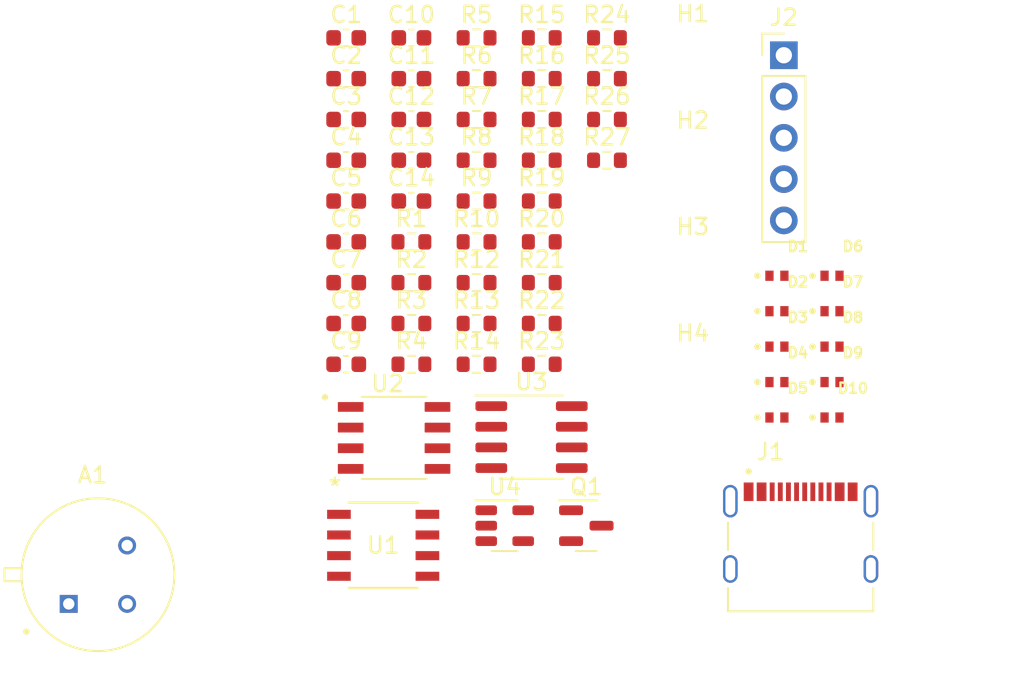
<source format=kicad_pcb>
(kicad_pcb (version 20221018) (generator pcbnew)
  (layers (0 "F.Cu" signal) (31 "B.Cu" signal) (34 "B.Paste" user) (35 "F.Paste" user) (36 "B.SilkS" user "B.Silkscreen") (37 "F.SilkS" user "F.Silkscreen") (38 "B.Mask" user) (39 "F.Mask" user) (44 "Edge.Cuts" user))
  (net 0 "")
  (net 1 "Net-(A1-DRAIN)")
  (net 2 "Net-(A1-SOURCE)")
  (net 3 "GND")
  (net 4 "Net-(C2-Pad1)")
  (net 5 "Net-(U2A--)")
  (net 6 "Net-(C3-Pad2)")
  (net 7 "Net-(C4-Pad2)")
  (net 8 "Net-(U2B--)")
  (net 9 "/PIR_AMP_FILT")
  (net 10 "VBUS")
  (net 11 "+3.3V")
  (net 12 "Net-(U3-CV)")
  (net 13 "Net-(U3-DIS)")
  (net 16 "Net-(J1-CC1)")
  (net 21 "Net-(J1-CC2)")
  (net 22 "/SENSED_HUMAN")
  (net 23 "/LED_NMOS_GATE")
  (net 24 "Net-(Q1-D)")
  (net 25 "Net-(Q1-G)")
  (net 26 "Net-(U2B-+)")
  (net 27 "Net-(D1-K)")
  (net 28 "Net-(D2-K)")
  (net 29 "Net-(D3-K)")
  (net 30 "Net-(D4-K)")
  (net 31 "Net-(D5-K)")
  (net 32 "Net-(D6-K)")
  (net 33 "Net-(D7-K)")
  (net 34 "Net-(U1A--)")
  (net 35 "Net-(R21-Pad2)")
  (net 36 "Net-(D8-K)")
  (net 37 "Net-(D9-K)")
  (net 38 "Net-(D10-K)")
  (net 39 "Net-(U1B-+)")
  (footprint "MountingHole:MountingHole_2.5mm" (layer "F.Cu") (at 153.5415 56.1)
    (fp_text reference "H1" (at 0 -3.5) (layer "F.SilkS"))
    (fp_text value "MountingHole")
    (pad "" np_thru_hole circle (at 0 0) (size 2.5 2.5) (drill 2.5) (layers "*.Cu" "*.Mask"))
  )
  (footprint "Resistor_SMD:R_0603_1608Metric" (layer "F.Cu") (at 140.2415 66.63)
    (fp_text reference "R10" (at 0 -1.43) (layer "F.SilkS"))
    (fp_text value "47k")
    (fp_line (start -0.237258 -0.5225) (end 0.237258 -0.5225) (stroke (width 0.12)) (layer "F.SilkS"))
    (fp_line (start -0.237258 0.5225) (end 0.237258 0.5225) (stroke (width 0.12)) (layer "F.SilkS"))
    (pad "1" smd roundrect (at -0.825 0) (size 0.8 0.95) (layers "F.Cu" "F.Paste" "F.Mask") (net 3 "GND"))
    (pad "2" smd roundrect (at 0.825 0) (size 0.8 0.95) (layers "F.Cu" "F.Paste" "F.Mask") (net 2 "Net-(A1-SOURCE)"))
  )
  (footprint "Capacitor_SMD:C_0603_1608Metric" (layer "F.Cu") (at 132.2215 56.59)
    (fp_text reference "C2" (at 0 -1.43) (layer "F.SilkS"))
    (fp_text value "22u")
    (fp_line (start -0.14058 -0.51) (end 0.14058 -0.51) (stroke (width 0.12)) (layer "F.SilkS"))
    (fp_line (start -0.14058 0.51) (end 0.14058 0.51) (stroke (width 0.12)) (layer "F.SilkS"))
    (pad "1" smd roundrect (at -0.775 0) (size 0.9 0.95) (layers "F.Cu" "F.Paste" "F.Mask") (net 4 "Net-(C2-Pad1)"))
    (pad "2" smd roundrect (at 0.775 0) (size 0.9 0.95) (layers "F.Cu" "F.Paste" "F.Mask") (net 3 "GND"))
  )
  (footprint "Resistor_SMD:R_0603_1608Metric" (layer "F.Cu") (at 140.2415 71.65)
    (fp_text reference "R13" (at 0 -1.43) (layer "F.SilkS"))
    (fp_text value "140")
    (fp_line (start -0.237258 -0.5225) (end 0.237258 -0.5225) (stroke (width 0.12)) (layer "F.SilkS"))
    (fp_line (start -0.237258 0.5225) (end 0.237258 0.5225) (stroke (width 0.12)) (layer "F.SilkS"))
    (pad "1" smd roundrect (at -0.825 0) (size 0.8 0.95) (layers "F.Cu" "F.Paste" "F.Mask") (net 27 "Net-(D1-K)"))
    (pad "2" smd roundrect (at 0.825 0) (size 0.8 0.95) (layers "F.Cu" "F.Paste" "F.Mask") (net 24 "Net-(Q1-D)"))
  )
  (footprint "Resistor_SMD:R_0603_1608Metric" (layer "F.Cu") (at 136.2315 71.65)
    (fp_text reference "R3" (at 0 -1.43) (layer "F.SilkS"))
    (fp_text value "1R0")
    (fp_line (start -0.237258 -0.5225) (end 0.237258 -0.5225) (stroke (width 0.12)) (layer "F.SilkS"))
    (fp_line (start -0.237258 0.5225) (end 0.237258 0.5225) (stroke (width 0.12)) (layer "F.SilkS"))
    (pad "1" smd roundrect (at -0.825 0) (size 0.8 0.95) (layers "F.Cu" "F.Paste" "F.Mask") (net 1 "Net-(A1-DRAIN)"))
    (pad "2" smd roundrect (at 0.825 0) (size 0.8 0.95) (layers "F.Cu" "F.Paste" "F.Mask") (net 11 "+3.3V"))
  )
  (footprint "Capacitor_SMD:C_0603_1608Metric" (layer "F.Cu") (at 132.2215 71.65)
    (fp_text reference "C8" (at 0 -1.43) (layer "F.SilkS"))
    (fp_text value "0.1u")
    (fp_line (start -0.14058 -0.51) (end 0.14058 -0.51) (stroke (width 0.12)) (layer "F.SilkS"))
    (fp_line (start -0.14058 0.51) (end 0.14058 0.51) (stroke (width 0.12)) (layer "F.SilkS"))
    (pad "1" smd roundrect (at -0.775 0) (size 0.9 0.95) (layers "F.Cu" "F.Paste" "F.Mask") (net 3 "GND"))
    (pad "2" smd roundrect (at 0.775 0) (size 0.9 0.95) (layers "F.Cu" "F.Paste" "F.Mask") (net 11 "+3.3V"))
  )
  (footprint "Resistor_SMD:R_0603_1608Metric" (layer "F.Cu") (at 148.2615 54.08)
    (fp_text reference "R24" (at 0 -1.43) (layer "F.SilkS"))
    (fp_text value "140")
    (fp_line (start -0.237258 -0.5225) (end 0.237258 -0.5225) (stroke (width 0.12)) (layer "F.SilkS"))
    (fp_line (start -0.237258 0.5225) (end 0.237258 0.5225) (stroke (width 0.12)) (layer "F.SilkS"))
    (pad "1" smd roundrect (at -0.825 0) (size 0.8 0.95) (layers "F.Cu" "F.Paste" "F.Mask") (net 37 "Net-(D9-K)"))
    (pad "2" smd roundrect (at 0.825 0) (size 0.8 0.95) (layers "F.Cu" "F.Paste" "F.Mask") (net 24 "Net-(Q1-D)"))
  )
  (footprint "LED_SMD:LEDC1005X25N__EAST10052WA0" (layer "F.Cu") (at 162.1065 70.895)
    (fp_text reference "D7" (at 1.285 -1.8) (layer "F.SilkS") (effects (font (size 0.629921 0.629921))))
    (fp_text value "LED")
    (fp_circle (center -1.2 0) (end -1.1 0) (stroke (width 0.2)) (fill none) (layer "F.SilkS"))
    (pad "A" smd rect (at 0.46 0 180) (size 0.51 0.63) (layers "F.Cu" "F.Paste" "F.Mask"))
    (pad "C" smd rect (at -0.46 0 180) (size 0.51 0.63) (layers "F.Cu" "F.Paste" "F.Mask"))
  )
  (footprint "LED_SMD:LEDC1005X25N__EAST10052WA0" (layer "F.Cu") (at 158.7165 73.075)
    (fp_text reference "D3" (at 1.285 -1.8) (layer "F.SilkS") (effects (font (size 0.629921 0.629921))))
    (fp_text value "LED")
    (fp_circle (center -1.2 0) (end -1.1 0) (stroke (width 0.2)) (fill none) (layer "F.SilkS"))
    (pad "A" smd rect (at 0.46 0 180) (size 0.51 0.63) (layers "F.Cu" "F.Paste" "F.Mask"))
    (pad "C" smd rect (at -0.46 0 180) (size 0.51 0.63) (layers "F.Cu" "F.Paste" "F.Mask"))
  )
  (footprint "LED_SMD:LEDC1005X25N__EAST10052WA0" (layer "F.Cu") (at 158.7165 70.895)
    (fp_text reference "D2" (at 1.285 -1.8) (layer "F.SilkS") (effects (font (size 0.629921 0.629921))))
    (fp_text value "LED")
    (fp_circle (center -1.2 0) (end -1.1 0) (stroke (width 0.2)) (fill none) (layer "F.SilkS"))
    (pad "A" smd rect (at 0.46 0 180) (size 0.51 0.63) (layers "F.Cu" "F.Paste" "F.Mask"))
    (pad "C" smd rect (at -0.46 0 180) (size 0.51 0.63) (layers "F.Cu" "F.Paste" "F.Mask"))
  )
  (footprint "Resistor_SMD:R_0603_1608Metric" (layer "F.Cu") (at 140.2415 61.61)
    (fp_text reference "R8" (at 0 -1.43) (layer "F.SilkS"))
    (fp_text value "100k")
    (fp_line (start -0.237258 -0.5225) (end 0.237258 -0.5225) (stroke (width 0.12)) (layer "F.SilkS"))
    (fp_line (start -0.237258 0.5225) (end 0.237258 0.5225) (stroke (width 0.12)) (layer "F.SilkS"))
    (pad "1" smd roundrect (at -0.825 0) (size 0.8 0.95) (layers "F.Cu" "F.Paste" "F.Mask") (net 11 "+3.3V"))
    (pad "2" smd roundrect (at 0.825 0) (size 0.8 0.95) (layers "F.Cu" "F.Paste" "F.Mask") (net 26 "Net-(U2B-+)"))
  )
  (footprint "Resistor_SMD:R_0603_1608Metric" (layer "F.Cu") (at 136.2315 69.14)
    (fp_text reference "R2" (at 0 -1.43) (layer "F.SilkS"))
    (fp_text value "5.1K")
    (fp_line (start -0.237258 -0.5225) (end 0.237258 -0.5225) (stroke (width 0.12)) (layer "F.SilkS"))
    (fp_line (start -0.237258 0.5225) (end 0.237258 0.5225) (stroke (width 0.12)) (layer "F.SilkS"))
    (pad "1" smd roundrect (at -0.825 0) (size 0.8 0.95) (layers "F.Cu" "F.Paste" "F.Mask") (net 21 "Net-(J1-CC2)"))
    (pad "2" smd roundrect (at 0.825 0) (size 0.8 0.95) (layers "F.Cu" "F.Paste" "F.Mask") (net 3 "GND"))
  )
  (footprint "MountingHole:MountingHole_2.5mm" (layer "F.Cu") (at 153.5415 69.2)
    (fp_text reference "H3" (at 0 -3.5) (layer "F.SilkS"))
    (fp_text value "MountingHole")
    (pad "" np_thru_hole circle (at 0 0) (size 2.5 2.5) (drill 2.5) (layers "*.Cu" "*.Mask"))
  )
  (footprint "Sensor:TO254P940H490-3" (layer "F.Cu") (at 116.94895 87.10395)
    (fp_text reference "A1" (at -0.325 -6.135) (layer "F.SilkS"))
    (fp_text value "IRA-S210ST01")
    (fp_line (start -5.75 0.4) (end -5.75 -0.4) (stroke (width 0.127)) (layer "F.SilkS"))
    (fp_line (start -4.69307 -0.4) (end -5.75 -0.4) (stroke (width 0.127)) (layer "F.SilkS"))
    (fp_line (start -4.69307 0.4) (end -5.75 0.4) (stroke (width 0.127)) (layer "F.SilkS"))
    (fp_circle (center -4.4 3.5) (end -4.3 3.5) (stroke (width 0.2)) (fill none) (layer "F.SilkS"))
    (fp_circle (center 0 0) (end 4.7 0) (stroke (width 0.127)) (fill none) (layer "F.SilkS"))
    (pad "1" thru_hole rect (at -1.79605 1.79605) (size 1.1 1.1) (drill 0.7) (layers "*.Cu" "*.Mask") (net 1 "Net-(A1-DRAIN)"))
    (pad "2" thru_hole circle (at 1.79605 1.79605) (size 1.1 1.1) (drill 0.7) (layers "*.Cu" "*.Mask") (net 2 "Net-(A1-SOURCE)"))
    (pad "3" thru_hole circle (at 1.79605 -1.79605) (size 1.1 1.1) (drill 0.7) (layers "*.Cu" "*.Mask") (net 3 "GND"))
  )
  (footprint "Resistor_SMD:R_0603_1608Metric" (layer "F.Cu") (at 144.2515 71.65)
    (fp_text reference "R22" (at 0 -1.43) (layer "F.SilkS"))
    (fp_text value "2.1M")
    (fp_line (start -0.237258 -0.5225) (end 0.237258 -0.5225) (stroke (width 0.12)) (layer "F.SilkS"))
    (fp_line (start -0.237258 0.5225) (end 0.237258 0.5225) (stroke (width 0.12)) (layer "F.SilkS"))
    (pad "1" smd roundrect (at -0.825 0) (size 0.8 0.95) (layers "F.Cu" "F.Paste" "F.Mask") (net 10 "VBUS"))
    (pad "2" smd roundrect (at 0.825 0) (size 0.8 0.95) (layers "F.Cu" "F.Paste" "F.Mask") (net 13 "Net-(U3-DIS)"))
  )
  (footprint "LED_SMD:LEDC1005X25N__EAST10052WA0" (layer "F.Cu") (at 162.1065 68.715)
    (fp_text reference "D6" (at 1.285 -1.8) (layer "F.SilkS") (effects (font (size 0.629921 0.629921))))
    (fp_text value "LED")
    (fp_circle (center -1.2 0) (end -1.1 0) (stroke (width 0.2)) (fill none) (layer "F.SilkS"))
    (pad "A" smd rect (at 0.46 0 180) (size 0.51 0.63) (layers "F.Cu" "F.Paste" "F.Mask"))
    (pad "C" smd rect (at -0.46 0 180) (size 0.51 0.63) (layers "F.Cu" "F.Paste" "F.Mask"))
  )
  (footprint "Resistor_SMD:R_0603_1608Metric" (layer "F.Cu") (at 148.2615 56.59)
    (fp_text reference "R25" (at 0 -1.43) (layer "F.SilkS"))
    (fp_text value "140")
    (fp_line (start -0.237258 -0.5225) (end 0.237258 -0.5225) (stroke (width 0.12)) (layer "F.SilkS"))
    (fp_line (start -0.237258 0.5225) (end 0.237258 0.5225) (stroke (width 0.12)) (layer "F.SilkS"))
    (pad "1" smd roundrect (at -0.825 0) (size 0.8 0.95) (layers "F.Cu" "F.Paste" "F.Mask") (net 38 "Net-(D10-K)"))
    (pad "2" smd roundrect (at 0.825 0) (size 0.8 0.95) (layers "F.Cu" "F.Paste" "F.Mask") (net 24 "Net-(Q1-D)"))
  )
  (footprint "Capacitor_SMD:C_0603_1608Metric" (layer "F.Cu") (at 132.2215 66.63)
    (fp_text reference "C6" (at 0 -1.43) (layer "F.SilkS"))
    (fp_text value "1u")
    (fp_line (start -0.14058 -0.51) (end 0.14058 -0.51) (stroke (width 0.12)) (layer "F.SilkS"))
    (fp_line (start -0.14058 0.51) (end 0.14058 0.51) (stroke (width 0.12)) (layer "F.SilkS"))
    (pad "1" smd roundrect (at -0.775 0) (size 0.9 0.95) (layers "F.Cu" "F.Paste" "F.Mask") (net 3 "GND"))
    (pad "2" smd roundrect (at 0.775 0) (size 0.9 0.95) (layers "F.Cu" "F.Paste" "F.Mask") (net 10 "VBUS"))
  )
  (footprint "Capacitor_SMD:C_0603_1608Metric" (layer "F.Cu") (at 136.2315 54.08)
    (fp_text reference "C10" (at 0 -1.43) (layer "F.SilkS"))
    (fp_text value "22u")
    (fp_line (start -0.14058 -0.51) (end 0.14058 -0.51) (stroke (width 0.12)) (layer "F.SilkS"))
    (fp_line (start -0.14058 0.51) (end 0.14058 0.51) (stroke (width 0.12)) (layer "F.SilkS"))
    (pad "1" smd roundrect (at -0.775 0) (size 0.9 0.95) (layers "F.Cu" "F.Paste" "F.Mask") (net 1 "Net-(A1-DRAIN)"))
    (pad "2" smd roundrect (at 0.775 0) (size 0.9 0.95) (layers "F.Cu" "F.Paste" "F.Mask") (net 3 "GND"))
  )
  (footprint "Capacitor_SMD:C_0603_1608Metric" (layer "F.Cu") (at 132.2215 69.14)
    (fp_text reference "C7" (at 0 -1.43) (layer "F.SilkS"))
    (fp_text value "0.1u")
    (fp_line (start -0.14058 -0.51) (end 0.14058 -0.51) (stroke (width 0.12)) (layer "F.SilkS"))
    (fp_line (start -0.14058 0.51) (end 0.14058 0.51) (stroke (width 0.12)) (layer "F.SilkS"))
    (pad "1" smd roundrect (at -0.775 0) (size 0.9 0.95) (layers "F.Cu" "F.Paste" "F.Mask") (net 3 "GND"))
    (pad "2" smd roundrect (at 0.775 0) (size 0.9 0.95) (layers "F.Cu" "F.Paste" "F.Mask") (net 10 "VBUS"))
  )
  (footprint "Resistor_SMD:R_0603_1608Metric" (layer "F.Cu") (at 144.2515 64.12)
    (fp_text reference "R19" (at 0 -1.43) (layer "F.SilkS"))
    (fp_text value "140")
    (fp_line (start -0.237258 -0.5225) (end 0.237258 -0.5225) (stroke (width 0.12)) (layer "F.SilkS"))
    (fp_line (start -0.237258 0.5225) (end 0.237258 0.5225) (stroke (width 0.12)) (layer "F.SilkS"))
    (pad "1" smd roundrect (at -0.825 0) (size 0.8 0.95) (layers "F.Cu" "F.Paste" "F.Mask") (net 33 "Net-(D7-K)"))
    (pad "2" smd roundrect (at 0.825 0) (size 0.8 0.95) (layers "F.Cu" "F.Paste" "F.Mask") (net 24 "Net-(Q1-D)"))
  )
  (footprint "Resistor_SMD:R_0603_1608Metric" (layer "F.Cu") (at 144.2515 56.59)
    (fp_text reference "R16" (at 0 -1.43) (layer "F.SilkS"))
    (fp_text value "140")
    (fp_line (start -0.237258 -0.5225) (end 0.237258 -0.5225) (stroke (width 0.12)) (layer "F.SilkS"))
    (fp_line (start -0.237258 0.5225) (end 0.237258 0.5225) (stroke (width 0.12)) (layer "F.SilkS"))
    (pad "1" smd roundrect (at -0.825 0) (size 0.8 0.95) (layers "F.Cu" "F.Paste" "F.Mask") (net 30 "Net-(D4-K)"))
    (pad "2" smd roundrect (at 0.825 0) (size 0.8 0.95) (layers "F.Cu" "F.Paste" "F.Mask") (net 24 "Net-(Q1-D)"))
  )
  (footprint "Package_SO:SOIC-8-MCP602-I_SN" (layer "F.Cu") (at 135.1665 78.69)
    (fp_text reference "U2" (at -0.4 -3.337) (layer "F.SilkS"))
    (fp_text value "MCP602")
    (fp_line (start -1.995 -2.525) (end 1.995 -2.525) (stroke (width 0.127)) (layer "F.SilkS"))
    (fp_line (start -1.995 2.525) (end 1.995 2.525) (stroke (width 0.127)) (layer "F.SilkS"))
    (fp_circle (center -4.25 -2.505) (end -4.15 -2.505) (stroke (width 0.2)) (fill none) (layer "F.SilkS"))
    (pad "1" smd roundrect (at -2.67 -1.905) (size 1.58 0.6) (layers "F.Cu" "F.Paste" "F.Mask") (roundrect_rratio 0.07) (net 6 "Net-(C3-Pad2)"))
    (pad "2" smd roundrect (at -2.67 -0.635) (size 1.58 0.6) (layers "F.Cu" "F.Paste" "F.Mask") (roundrect_rratio 0.07) (net 5 "Net-(U2A--)"))
    (pad "3" smd roundrect (at -2.67 0.635) (size 1.58 0.6) (layers "F.Cu" "F.Paste" "F.Mask") (roundrect_rratio 0.07) (net 2 "Net-(A1-SOURCE)"))
    (pad "4" smd roundrect (at -2.67 1.905) (size 1.58 0.6) (layers "F.Cu" "F.Paste" "F.Mask") (roundrect_rratio 0.07) (net 3 "GND"))
    (pad "5" smd roundrect (at 2.67 1.905) (size 1.58 0.6) (layers "F.Cu" "F.Paste" "F.Mask") (roundrect_rratio 0.07) (net 26 "Net-(U2B-+)"))
    (pad "6" smd roundrect (at 2.67 0.635) (size 1.58 0.6) (layers "F.Cu" "F.Paste" "F.Mask") (roundrect_rratio 0.07) (net 8 "Net-(U2B--)"))
    (pad "7" smd roundrect (at 2.67 -0.635) (size 1.58 0.6) (layers "F.Cu" "F.Paste" "F.Mask") (roundrect_rratio 0.07) (net 9 "/PIR_AMP_FILT"))
    (pad "8" smd roundrect (at 2.67 -1.905) (size 1.58 0.6) (layers "F.Cu" "F.Paste" "F.Mask") (roundrect_rratio 0.07) (net 11 "+3.3V"))
  )
  (footprint "LED_SMD:LEDC1005X25N__EAST10052WA0" (layer "F.Cu") (at 158.7165 75.255)
    (fp_text reference "D4" (at 1.285 -1.8) (layer "F.SilkS") (effects (font (size 0.629921 0.629921))))
    (fp_text value "LED")
    (fp_circle (center -1.2 0) (end -1.1 0) (stroke (width 0.2)) (fill none) (layer "F.SilkS"))
    (pad "A" smd rect (at 0.46 0 180) (size 0.51 0.63) (layers "F.Cu" "F.Paste" "F.Mask"))
    (pad "C" smd rect (at -0.46 0 180) (size 0.51 0.63) (layers "F.Cu" "F.Paste" "F.Mask"))
  )
  (footprint "Resistor_SMD:R_0603_1608Metric" (layer "F.Cu") (at 144.2515 59.1)
    (fp_text reference "R17" (at 0 -1.43) (layer "F.SilkS"))
    (fp_text value "140")
    (fp_line (start -0.237258 -0.5225) (end 0.237258 -0.5225) (stroke (width 0.12)) (layer "F.SilkS"))
    (fp_line (start -0.237258 0.5225) (end 0.237258 0.5225) (stroke (width 0.12)) (layer "F.SilkS"))
    (pad "1" smd roundrect (at -0.825 0) (size 0.8 0.95) (layers "F.Cu" "F.Paste" "F.Mask") (net 31 "Net-(D5-K)"))
    (pad "2" smd roundrect (at 0.825 0) (size 0.8 0.95) (layers "F.Cu" "F.Paste" "F.Mask") (net 24 "Net-(Q1-D)"))
  )
  (footprint "LED_SMD:LEDC1005X25N__EAST10052WA0" (layer "F.Cu") (at 158.7165 68.715)
    (fp_text reference "D1" (at 1.285 -1.8) (layer "F.SilkS") (effects (font (size 0.629921 0.629921))))
    (fp_text value "LED")
    (fp_circle (center -1.2 0) (end -1.1 0) (stroke (width 0.2)) (fill none) (layer "F.SilkS"))
    (pad "A" smd rect (at 0.46 0 180) (size 0.51 0.63) (layers "F.Cu" "F.Paste" "F.Mask"))
    (pad "C" smd rect (at -0.46 0 180) (size 0.51 0.63) (layers "F.Cu" "F.Paste" "F.Mask"))
  )
  (footprint "Package_TO_SOT_SMD:SOT-23" (layer "F.Cu") (at 146.9915 84.09)
    (fp_text reference "Q1" (at 0 -2.4) (layer "F.SilkS"))
    (fp_text value "2N7002")
    (fp_line (start 0 -1.56) (end -1.675 -1.56) (stroke (width 0.12)) (layer "F.SilkS"))
    (fp_line (start 0 -1.56) (end 0.65 -1.56) (stroke (width 0.12)) (layer "F.SilkS"))
    (fp_line (start 0 1.56) (end -0.65 1.56) (stroke (width 0.12)) (layer "F.SilkS"))
    (fp_line (start 0 1.56) (end 0.65 1.56) (stroke (width 0.12)) (layer "F.SilkS"))
    (pad "1" smd roundrect (at -0.9375 -0.95) (size 1.475 0.6) (layers "F.Cu" "F.Paste" "F.Mask") (net 24 "Net-(Q1-D)"))
    (pad "2" smd roundrect (at -0.9375 0.95) (size 1.475 0.6) (layers "F.Cu" "F.Paste" "F.Mask") (net 25 "Net-(Q1-G)"))
    (pad "3" smd roundrect (at 0.9375 0) (size 1.475 0.6) (layers "F.Cu" "F.Paste" "F.Mask") (net 3 "GND"))
  )
  (footprint "Capacitor_SMD:C_0603_1608Metric" (layer "F.Cu") (at 136.2315 61.61)
    (fp_text reference "C13" (at 0 -1.43) (layer "F.SilkS"))
    (fp_text value "1u")
    (fp_line (start -0.14058 -0.51) (end 0.14058 -0.51) (stroke (width 0.12)) (layer "F.SilkS"))
    (fp_line (start -0.14058 0.51) (end 0.14058 0.51) (stroke (width 0.12)) (layer "F.SilkS"))
    (pad "1" smd roundrect (at -0.775 0) (size 0.9 0.95) (layers "F.Cu" "F.Paste" "F.Mask") (net 3 "GND"))
    (pad "2" smd roundrect (at 0.775 0) (size 0.9 0.95) (layers "F.Cu" "F.Paste" "F.Mask") (net 11 "+3.3V"))
  )
  (footprint "LED_SMD:LEDC1005X25N__EAST10052WA0" (layer "F.Cu") (at 162.1065 73.075)
    (fp_text reference "D8" (at 1.285 -1.8) (layer "F.SilkS") (effects (font (size 0.629921 0.629921))))
    (fp_text value "LED")
    (fp_circle (center -1.2 0) (end -1.1 0) (stroke (width 0.2)) (fill none) (layer "F.SilkS"))
    (pad "A" smd rect (at 0.46 0 180) (size 0.51 0.63) (layers "F.Cu" "F.Paste" "F.Mask"))
    (pad "C" smd rect (at -0.46 0 180) (size 0.51 0.63) (layers "F.Cu" "F.Paste" "F.Mask"))
  )
  (footprint "Capacitor_SMD:C_0603_1608Metric" (layer "F.Cu") (at 132.2215 64.12)
    (fp_text reference "C5" (at 0 -1.43) (layer "F.SilkS"))
    (fp_text value "10n")
    (fp_line (start -0.14058 -0.51) (end 0.14058 -0.51) (stroke (width 0.12)) (layer "F.SilkS"))
    (fp_line (start -0.14058 0.51) (end 0.14058 0.51) (stroke (width 0.12)) (layer "F.SilkS"))
    (pad "1" smd roundrect (at -0.775 0) (size 0.9 0.95) (layers "F.Cu" "F.Paste" "F.Mask") (net 8 "Net-(U2B--)"))
    (pad "2" smd roundrect (at 0.775 0) (size 0.9 0.95) (layers "F.Cu" "F.Paste" "F.Mask") (net 9 "/PIR_AMP_FILT"))
  )
  (footprint "Package_SO:SOIC-8_3.9x4.9mm_P1.27mm" (layer "F.Cu") (at 143.6215 78.64)
    (fp_text reference "U3" (at 0 -3.4) (layer "F.SilkS"))
    (fp_text value "NE555D")
    (fp_line (start 0 -2.56) (end -3.45 -2.56) (stroke (width 0.12)) (layer "F.SilkS"))
    (fp_line (start 0 -2.56) (end 1.95 -2.56) (stroke (width 0.12)) (layer "F.SilkS"))
    (fp_line (start 0 2.56) (end -1.95 2.56) (stroke (width 0.12)) (layer "F.SilkS"))
    (fp_line (start 0 2.56) (end 1.95 2.56) (stroke (width 0.12)) (layer "F.SilkS"))
    (pad "1" smd roundrect (at -2.475 -1.905) (size 1.95 0.6) (layers "F.Cu" "F.Paste" "F.Mask") (net 3 "GND"))
    (pad "2" smd roundrect (at -2.475 -0.635) (size 1.95 0.6) (layers "F.Cu" "F.Paste" "F.Mask") (net 22 "/SENSED_HUMAN"))
    (pad "3" smd roundrect (at -2.475 0.635) (size 1.95 0.6) (layers "F.Cu" "F.Paste" "F.Mask") (net 23 "/LED_NMOS_GATE"))
    (pad "4" smd roundrect (at -2.475 1.905) (size 1.95 0.6) (layers "F.Cu" "F.Paste" "F.Mask") (net 10 "VBUS"))
    (pad "5" smd roundrect (at 2.475 1.905) (size 1.95 0.6) (layers "F.Cu" "F.Paste" "F.Mask") (net 12 "Net-(U3-CV)"))
    (pad "6" smd roundrect (at 2.475 0.635) (size 1.95 0.6) (layers "F.Cu" "F.Paste" "F.Mask") (net 13 "Net-(U3-DIS)"))
    (pad "7" smd roundrect (at 2.475 -0.635) (size 1.95 0.6) (layers "F.Cu" "F.Paste" "F.Mask") (net 13 "Net-(U3-DIS)"))
    (pad "8" smd roundrect (at 2.475 -1.905) (size 1.95 0.6) (layers "F.Cu" "F.Paste" "F.Mask") (net 10 "VBUS"))
  )
  (footprint "LED_SMD:LEDC1005X25N__EAST10052WA0" (layer "F.Cu") (at 162.1065 75.255)
    (fp_text reference "D9" (at 1.285 -1.8) (layer "F.SilkS") (effects (font (size 0.629921 0.629921))))
    (fp_text value "LED")
    (fp_circle (center -1.2 0) (end -1.1 0) (stroke (width 0.2)) (fill none) (layer "F.SilkS"))
    (pad "A" smd rect (at 0.46 0 180) (size 0.51 0.63) (layers "F.Cu" "F.Paste" "F.Mask"))
    (pad "C" smd rect (at -0.46 0 180) (size 0.51 0.63) (layers "F.Cu" "F.Paste" "F.Mask"))
  )
  (footprint "Resistor_SMD:R_0603_1608Metric" (layer "F.Cu") (at 144.2515 61.61)
    (fp_text reference "R18" (at 0 -1.43) (layer "F.SilkS"))
    (fp_text value "140")
    (fp_line (start -0.237258 -0.5225) (end 0.237258 -0.5225) (stroke (width 0.12)) (layer "F.SilkS"))
    (fp_line (start -0.237258 0.5225) (end 0.237258 0.5225) (stroke (width 0.12)) (layer "F.SilkS"))
    (pad "1" smd roundrect (at -0.825 0) (size 0.8 0.95) (layers "F.Cu" "F.Paste" "F.Mask") (net 32 "Net-(D6-K)"))
    (pad "2" smd roundrect (at 0.825 0) (size 0.8 0.95) (layers "F.Cu" "F.Paste" "F.Mask") (net 24 "Net-(Q1-D)"))
  )
  (footprint "Resistor_SMD:R_0603_1608Metric" (layer "F.Cu") (at 144.2515 54.08)
    (fp_text reference "R15" (at 0 -1.43) (layer "F.SilkS"))
    (fp_text value "140")
    (fp_line (start -0.237258 -0.5225) (end 0.237258 -0.5225) (stroke (width 0.12)) (layer "F.SilkS"))
    (fp_line (start -0.237258 0.5225) (end 0.237258 0.5225) (stroke (width 0.12)) (layer "F.SilkS"))
    (pad "1" smd roundrect (at -0.825 0) (size 0.8 0.95) (layers "F.Cu" "F.Paste" "F.Mask") (net 29 "Net-(D3-K)"))
    (pad "2" smd roundrect (at 0.825 0) (size 0.8 0.95) (layers "F.Cu" "F.Paste" "F.Mask") (net 24 "Net-(Q1-D)"))
  )
  (footprint "Capacitor_SMD:C_0603_1608Metric" (layer "F.Cu") (at 136.2315 56.59)
    (fp_text reference "C11" (at 0 -1.43) (layer "F.SilkS"))
    (fp_text value "10n")
    (fp_line (start -0.14058 -0.51) (end 0.14058 -0.51) (stroke (width 0.12)) (layer "F.SilkS"))
    (fp_line (start -0.14058 0.51) (end 0.14058 0.51) (stroke (width 0.12)) (layer "F.SilkS"))
    (pad "1" smd roundrect (at -0.775 0) (size 0.9 0.95) (layers "F.Cu" "F.Paste" "F.Mask") (net 3 "GND"))
    (pad "2" smd roundrect (at 0.775 0) (size 0.9 0.95) (layers "F.Cu" "F.Paste" "F.Mask") (net 12 "Net-(U3-CV)"))
  )
  (footprint "Resistor_SMD:R_0603_1608Metric" (layer "F.Cu") (at 140.2415 64.12)
    (fp_text reference "R9" (at 0 -1.43) (layer "F.SilkS"))
    (fp_text value "100k")
    (fp_line (start -0.237258 -0.5225) (end 0.237258 -0.5225) (stroke (width 0.12)) (layer "F.SilkS"))
    (fp_line (start -0.237258 0.5225) (end 0.237258 0.5225) (stroke (width 0.12)) (layer "F.SilkS"))
    (pad "1" smd roundrect (at -0.825 0) (size 0.8 0.95) (layers "F.Cu" "F.Paste" "F.Mask") (net 26 "Net-(U2B-+)"))
    (pad "2" smd roundrect (at 0.825 0) (size 0.8 0.95) (layers "F.Cu" "F.Paste" "F.Mask") (net 3 "GND"))
  )
  (footprint "Resistor_SMD:R_0603_1608Metric" (layer "F.Cu") (at 148.2615 59.1)
    (fp_text reference "R26" (at 0 -1.43) (layer "F.SilkS"))
    (fp_text value "39k")
    (fp_line (start -0.237258 -0.5225) (end 0.237258 -0.5225) (stroke (width 0.12)) (layer "F.SilkS"))
    (fp_line (start -0.237258 0.5225) (end 0.237258 0.5225) (stroke (width 0.12)) (layer "F.SilkS"))
    (pad "1" smd roundrect (at -0.825 0) (size 0.8 0.95) (layers "F.Cu" "F.Paste" "F.Mask") (net 35 "Net-(R21-Pad2)"))
    (pad "2" smd roundrect (at 0.825 0) (size 0.8 0.95) (layers "F.Cu" "F.Paste" "F.Mask") (net 39 "Net-(U1B-+)"))
  )
  (footprint "Capacitor_SMD:C_0603_1608Metric" (layer "F.Cu") (at 132.2215 74.16)
    (fp_text reference "C9" (at 0 -1.43) (layer "F.SilkS"))
    (fp_text value "1u")
    (fp_line (start -0.14058 -0.51) (end 0.14058 -0.51) (stroke (width 0.12)) (layer "F.SilkS"))
    (fp_line (start -0.14058 0.51) (end 0.14058 0.51) (stroke (width 0.12)) (layer "F.SilkS"))
    (pad "1" smd roundrect (at -0.775 0) (size 0.9 0.95) (layers "F.Cu" "F.Paste" "F.Mask") (net 3 "GND"))
    (pad "2" smd roundrect (at 0.775 0) (size 0.9 0.95) (layers "F.Cu" "F.Paste" "F.Mask") (net 11 "+3.3V"))
  )
  (footprint "Package_SO:SOIC-8-LM393D" (layer "F.Cu") (at 134.495499 85.2971)
    (fp_text reference "U1" (at 0 0 unlocked) (layer "F.SilkS"))
    (fp_text value "LM393")
    (fp_text user "*" (at -2.97535 -3.606 unlocked) (layer "F.SilkS"))
    (fp_text user "*" (at -2.97535 -3.606) (layer "F.SilkS"))
    (fp_line (start -2.1209 2.6289) (end 2.1209 2.6289) (stroke (width 0.1524)) (layer "F.SilkS"))
    (fp_line (start 2.1209 -2.6289) (end -2.1209 -2.6289) (stroke (width 0.1524)) (layer "F.SilkS"))
    (pad "1" smd rect (at -2.721348 -1.905) (size 1.454899 0.558) (layers "F.Cu" "F.Paste" "F.Mask") (net 22 "/SENSED_HUMAN"))
    (pad "2" smd rect (at -2.721348 -0.635) (size 1.454899 0.558) (layers "F.Cu" "F.Paste" "F.Mask") (net 34 "Net-(U1A--)"))
    (pad "3" smd rect (at -2.721348 0.635) (size 1.454899 0.558) (layers "F.Cu" "F.Paste" "F.Mask") (net 9 "/PIR_AMP_FILT"))
    (pad "4" smd rect (at -2.721348 1.905) (size 1.454899 0.558) (layers "F.Cu" "F.Paste" "F.Mask") (net 3 "GND"))
    (pad "5" smd rect (at 2.721348 1.905) (size 1.454899 0.558) (layers "F.Cu" "F.Paste" "F.Mask") (net 39 "Net-(U1B-+)"))
    (pad "6" smd rect (at 2.721348 0.635) (size 1.454899 0.558) (layers "F.Cu" "F.Paste" "F.Mask") (net 9 "/PIR_AMP_FILT"))
    (pad "7" smd rect (at 2.721348 -0.635) (size 1.454899 0.558) (layers "F.Cu" "F.Paste" "F.Mask") (net 22 "/SENSED_HUMAN"))
    (pad "8" smd rect (at 2.721348 -1.905) (size 1.454899 0.558) (layers "F.Cu" "F.Paste" "F.Mask") (net 10 "VBUS"))
  )
  (footprint "Resistor_SMD:R_0603_1608Metric" (layer "F.Cu") (at 140.2415 74.16)
    (fp_text reference "R14" (at 0 -1.43) (layer "F.SilkS"))
    (fp_text value "140")
    (fp_line (start -0.237258 -0.5225) (end 0.237258 -0.5225) (stroke (width 0.12)) (layer "F.SilkS"))
    (fp_line (start -0.237258 0.5225) (end 0.237258 0.5225) (stroke (width 0.12)) (layer "F.SilkS"))
    (pad "1" smd roundrect (at -0.825 0) (size 0.8 0.95) (layers "F.Cu" "F.Paste" "F.Mask") (net 28 "Net-(D2-K)"))
    (pad "2" smd roundrect (at 0.825 0) (size 0.8 0.95) (layers "F.Cu" "F.Paste" "F.Mask") (net 24 "Net-(Q1-D)"))
  )
  (footprint "Capacitor_SMD:C_0603_1608Metric" (layer "F.Cu") (at 132.2215 59.1)
    (fp_text reference "C3" (at 0 -1.43) (layer "F.SilkS"))
    (fp_text value "10n")
    (fp_line (start -0.14058 -0.51) (end 0.14058 -0.51) (stroke (width 0.12)) (layer "F.SilkS"))
    (fp_line (start -0.14058 0.51) (end 0.14058 0.51) (stroke (width 0.12)) (layer "F.SilkS"))
    (pad "1" smd roundrect (at -0.775 0) (size 0.9 0.95) (layers "F.Cu" "F.Paste" "F.Mask") (net 5 "Net-(U2A--)"))
    (pad "2" smd roundrect (at 0.775 0) (size 0.9 0.95) (layers "F.Cu" "F.Paste" "F.Mask") (net 6 "Net-(C3-Pad2)"))
  )
  (footprint "Connector_PinHeader_2.54mm:PinHeader_1x05_P2.54mm_Vertical" (layer "F.Cu") (at 159.1415 55.15)
    (fp_text reference "J2" (at 0 -2.33) (layer "F.SilkS"))
    (fp_text value "Conn_01x05")
    (fp_line (start -1.33 -1.33) (end 0 -1.33) (stroke (width 0.12)) (layer "F.SilkS"))
    (fp_line (start -1.33 0) (end -1.33 -1.33) (stroke (width 0.12)) (layer "F.SilkS"))
    (fp_line (start -1.33 1.27) (end -1.33 11.49) (stroke (width 0.12)) (layer "F.SilkS"))
    (fp_line (start -1.33 1.27) (end 1.33 1.27) (stroke (width 0.12)) (layer "F.SilkS"))
    (fp_line (start -1.33 11.49) (end 1.33 11.49) (stroke (width 0.12)) (layer "F.SilkS"))
    (fp_line (start 1.33 1.27) (end 1.33 11.49) (stroke (width 0.12)) (layer "F.SilkS"))
    (pad "1" thru_hole rect (at 0 0) (size 1.7 1.7) (drill 1) (layers "*.Cu" "*.Mask") (net 10 "VBUS"))
    (pad "2" thru_hole oval (at 0 2.54) (size 1.7 1.7) (drill 1) (layers "*.Cu" "*.Mask") (net 3 "GND"))
    (pad "3" thru_hole oval (at 0 5.08) (size 1.7 1.7) (drill 1) (layers "*.Cu" "*.Mask") (net 9 "/PIR_AMP_FILT"))
    (pad "4" thru_hole oval (at 0 7.62) (size 1.7 1.7) (drill 1) (layers "*.Cu" "*.Mask") (net 22 "/SENSED_HUMAN"))
    (pad "5" thru_hole oval (at 0 10.16) (size 1.7 1.7) (drill 1) (layers "*.Cu" "*.Mask") (net 23 "/LED_NMOS_GATE"))
  )
  (footprint "Resistor_SMD:R_0603_1608Metric" (layer "F.Cu") (at 140.2415 59.1)
    (fp_text reference "R7" (at 0 -1.43) (layer "F.SilkS"))
    (fp_text value "1.2M")
    (fp_line (start -0.237258 -0.5225) (end 0.237258 -0.5225) (stroke (width 0.12)) (layer "F.SilkS"))
    (fp_line (start -0.237258 0.5225) (end 0.237258 0.5225) (stroke (width 0.12)) (layer "F.SilkS"))
    (pad "1" smd roundrect (at -0.825 0) (size 0.8 0.95) (layers "F.Cu" "F.Paste" "F.Mask") (net 9 "/PIR_AMP_FILT"))
    (pad "2" smd roundrect (at 0.825 0) (size 0.8 0.95) (layers "F.Cu" "F.Paste" "F.Mask") (net 8 "Net-(U2B--)"))
  )
  (footprint "Capacitor_SMD:C_0603_1608Metric" (layer "F.Cu") (at 132.2215 61.61)
    (fp_text reference "C4" (at 0 -1.43) (layer "F.SilkS"))
    (fp_text value "22u")
    (fp_line (start -0.14058 -0.51) (end 0.14058 -0.51) (stroke (width 0.12)) (layer "F.SilkS"))
    (fp_line (start -0.14058 0.51) (end 0.14058 0.51) (stroke (width 0.12)) (layer "F.SilkS"))
    (pad "1" smd roundrect (at -0.775 0) (size 0.9 0.95) (layers "F.Cu" "F.Paste" "F.Mask") (net 6 "Net-(C3-Pad2)"))
    (pad "2" smd roundrect (at 0.775 0) (size 0.9 0.95) (layers "F.Cu" "F.Paste" "F.Mask") (net 7 "Net-(C4-Pad2)"))
  )
  (footprint "Resistor_SMD:R_0603_1608Metric" (layer "F.Cu") (at 148.2615 61.61)
    (fp_text reference "R27" (at 0 -1.43) (layer "F.SilkS"))
    (fp_text value "68k")
    (fp_line (start -0.237258 -0.5225) (end 0.237258 -0.5225) (stroke (width 0.12)) (layer "F.SilkS"))
    (fp_line (start -0.237258 0.5225) (end 0.237258 0.5225) (stroke (width 0.12)) (layer "F.SilkS"))
    (pad "1" smd roundrect (at -0.825 0) (size 0.8 0.95) (layers "F.Cu" "F.Paste" "F.Mask") (net 39 "Net-(U1B-+)"))
    (pad "2" smd roundrect (at 0.825 0) (size 0.8 0.95) (layers "F.Cu" "F.Paste" "F.Mask") (net 3 "GND"))
  )
  (footprint "Resistor_SMD:R_0603_1608Metric" (layer "F.Cu") (at 140.2415 54.08)
    (fp_text reference "R5" (at 0 -1.43) (layer "F.SilkS"))
    (fp_text value "1.2M")
    (fp_line (start -0.237258 -0.5225) (end 0.237258 -0.5225) (stroke (width 0.12)) (layer "F.SilkS"))
    (fp_line (start -0.237258 0.5225) (end 0.237258 0.5225) (stroke (width 0.12)) (layer "F.SilkS"))
    (pad "1" smd roundrect (at -0.825 0) (size 0.8 0.95) (layers "F.Cu" "F.Paste" "F.Mask") (net 6 "Net-(C3-Pad2)"))
    (pad "2" smd roundrect (at 0.825 0) (size 0.8 0.95) (layers "F.Cu" "F.Paste" "F.Mask") (net 5 "Net-(U2A--)"))
  )
  (footprint "LED_SMD:LEDC1005X25N__EAST10052WA0" (layer "F.Cu") (at 158.7165 77.435)
    (fp_text reference "D5" (at 1.285 -1.8) (layer "F.SilkS") (effects (font (size 0.629921 0.629921))))
    (fp_text value "LED")
    (fp_circle (center -1.2 0) (end -1.1 0) (stroke (width 0.2)) (fill none) (layer "F.SilkS"))
    (pad "A" smd rect (at 0.46 0 180) (size 0.51 0.63) (layers "F.Cu" "F.Paste" "F.Mask"))
    (pad "C" smd rect (at -0.46 0 180) (size 0.51 0.63) (layers "F.Cu" "F.Paste" "F.Mask"))
  )
  (footprint "Capacitor_SMD:C_0603_1608Metric" (layer "F.Cu") (at 132.2215 54.08)
    (fp_text reference "C1" (at 0 -1.43) (layer "F.SilkS"))
    (fp_text value "0.1u")
    (fp_line (start -0.14058 -0.51) (end 0.14058 -0.51) (stroke (width 0.12)) (layer "F.SilkS"))
    (fp_line (start -0.14058 0.51) (end 0.14058 0.51) (stroke (width 0.12)) (layer "F.SilkS"))
    (pad "1" smd roundrect (at -0.775 0) (size 0.9 0.95) (layers "F.Cu" "F.Paste" "F.Mask") (net 1 "Net-(A1-DRAIN)"))
    (pad "2" smd roundrect (at 0.775 0) (size 0.9 0.95) (layers "F.Cu" "F.Paste" "F.Mask") (net 3 "GND"))
  )
  (footprint "Resistor_SMD:R_0603_1608Metric" (layer "F.Cu") (at 144.2515 74.16)
    (fp_text reference "R23" (at 0 -1.43) (layer "F.SilkS"))
    (fp_text value "140")
    (fp_line (start -0.237258 -0.5225) (end 0.237258 -0.5225) (stroke (width 0.12)) (layer "F.SilkS"))
    (fp_line (start -0.237258 0.5225) (end 0.237258 0.5225) (stroke (width 0.12)) (layer "F.SilkS"))
    (pad "1" smd roundrect (at -0.825 0) (size 0.8 0.95) (layers "F.Cu" "F.Paste" "F.Mask") (net 36 "Net-(D8-K)"))
    (pad "2" smd roundrect (at 0.825 0) (size 0.8 0.95) (layers "F.Cu" "F.Paste" "F.Mask") (net 24 "Net-(Q1-D)"))
  )
  (footprint "MountingHole:MountingHole_2.5mm" (layer "F.Cu") (at 153.5415 62.65)
    (fp_text reference "H2" (at 0 -3.5) (layer "F.SilkS"))
    (fp_text value "MountingHole")
    (pad "" np_thru_hole circle (at 0 0) (size 2.5 2.5) (drill 2.5) (layers "*.Cu" "*.Mask"))
  )
  (footprint "Resistor_SMD:R_0603_1608Metric" (layer "F.Cu") (at 144.2515 69.14)
    (fp_text reference "R21" (at 0 -1.43) (layer "F.SilkS"))
    (fp_text value "39k")
    (fp_line (start -0.237258 -0.5225) (end 0.237258 -0.5225) (stroke (width 0.12)) (layer "F.SilkS"))
    (fp_line (start -0.237258 0.5225) (end 0.237258 0.5225) (stroke (width 0.12)) (layer "F.SilkS"))
    (pad "1" smd roundrect (at -0.825 0) (size 0.8 0.95) (layers "F.Cu" "F.Paste" "F.Mask") (net 34 "Net-(U1A--)"))
    (pad "2" smd roundrect (at 0.825 0) (size 0.8 0.95) (layers "F.Cu" "F.Paste" "F.Mask") (net 35 "Net-(R21-Pad2)"))
  )
  (footprint "Capacitor_SMD:C_0603_1608Metric" (layer "F.Cu") (at 136.2315 64.12)
    (fp_text reference "C14" (at 0 -1.43) (layer "F.SilkS"))
    (fp_text value "1n")
    (fp_line (start -0.14058 -0.51) (end 0.14058 -0.51) (stroke (width 0.12)) (layer "F.SilkS"))
    (fp_line (start -0.14058 0.51) (end 0.14058 0.51) (stroke (width 0.12)) (layer "F.SilkS"))
    (pad "1" smd roundrect (at -0.775 0) (size 0.9 0.95) (layers "F.Cu" "F.Paste" "F.Mask") (net 2 "Net-(A1-SOURCE)"))
    (pad "2" smd roundrect (at 0.775 0) (size 0.9 0.95) (layers "F.Cu" "F.Paste" "F.Mask") (net 3 "GND"))
  )
  (footprint "Package_TO_SOT_SMD:SOT-23-5" (layer "F.Cu") (at 141.9715 84.09)
    (fp_text reference "U4" (at 0 -2.4) (layer "F.SilkS"))
    (fp_text value "TLV70033_SOT23-5")
    (fp_line (start 0 -1.56) (end -1.8 -1.56) (stroke (width 0.12)) (layer "F.SilkS"))
    (fp_line (start 0 -1.56) (end 0.8 -1.56) (stroke (width 0.12)) (layer "F.SilkS"))
    (fp_line (start 0 1.56) (end -0.8 1.56) (stroke (width 0.12)) (layer "F.SilkS"))
    (fp_line (start 0 1.56) (end 0.8 1.56) (stroke (width 0.12)) (layer "F.SilkS"))
    (pad "1" smd roundrect (at -1.1375 -0.95) (size 1.325 0.6) (layers "F.Cu" "F.Paste" "F.Mask") (net 10 "VBUS"))
    (pad "2" smd roundrect (at -1.1375 0) (size 1.325 0.6) (layers "F.Cu" "F.Paste" "F.Mask") (net 3 "GND"))
    (pad "3" smd roundrect (at -1.1375 0.95) (size 1.325 0.6) (layers "F.Cu" "F.Paste" "F.Mask") (net 10 "VBUS"))
    (pad "4" smd roundrect (at 1.1375 0.95) (size 1.325 0.6) (layers "F.Cu" "F.Paste" "F.Mask"))
    (pad "5" smd roundrect (at 1.1375 -0.95) (size 1.325 0.6) (layers "F.Cu" "F.Paste" "F.Mask") (net 11 "+3.3V"))
  )
  (footprint "MountingHole:MountingHole_2.5mm" (layer "F.Cu") (at 153.5415 75.75)
    (fp_text reference "H4" (at 0 -3.5) (layer "F.SilkS"))
    (fp_text value "MountingHole")
    (pad "" np_thru_hole circle (at 0 0) (size 2.5 2.5) (drill 2.5) (layers "*.Cu" "*.Mask"))
  )
  (footprint "Connector_USB:HRO_TYPE-C-31-M-12" (layer "F.Cu") (at 160.175 86.7525)
    (fp_text reference "J1" (at -1.85 -7.205) (layer "F.SilkS"))
    (fp_text value "TYPE-C-31-M-12")
    (fp_line (start -4.47 -2.85) (end -4.47 -1.17) (stroke (width 0.127)) (layer "F.SilkS"))
    (fp_line (start -4.47 2.6) (end -4.47 1.17) (stroke (width 0.127)) (layer "F.SilkS"))
    (fp_line (start -4.47 2.6) (end 4.47 2.6) (stroke (width 0.127)) (layer "F.SilkS"))
    (fp_line (start 4.47 -2.85) (end 4.47 -1.17) (stroke (width 0.127)) (layer "F.SilkS"))
    (fp_line (start 4.47 2.6) (end 4.47 1.17) (stroke (width 0.127)) (layer "F.SilkS"))
    (fp_circle (center -3.2 -6) (end -3.1 -6) (stroke (width 0.2)) (fill none) (layer "F.SilkS"))
    (pad "" np_thru_hole circle (at -2.89 -3.68) (size 0.6 0.6) (drill 0.6) (layers "*.Cu" "*.Mask"))
    (pad "" np_thru_hole circle (at 2.89 -3.68) (size 0.6 0.6) (drill 0.6) (layers "*.Cu" "*.Mask"))
    (pad "A1_B12" smd rect (at -3.2 -4.75) (size 0.6 1.14) (layers "F.Cu" "F.Paste") (net 3 "GND"))
    (pad "A4_B9" smd rect (at -2.4 -4.75) (size 0.6 1.14) (layers "F.Cu" "F.Paste") (net 10 "VBUS"))
    (pad "A5" smd rect (at -1.25 -4.75) (size 0.3 1.14) (layers "F.Cu" "F.Paste") (net 16 "Net-(J1-CC1)"))
    (pad "A6" smd rect (at -0.25 -4.75) (size 0.3 1.14) (layers "F.Cu" "F.Paste"))
    (pad "A7" smd rect (at 0.25 -4.75) (size 0.3 1.14) (layers "F.Cu" "F.Paste"))
    (pad "A8" smd rect (at 1.25 -4.75) (size 0.3 1.14) (layers "F.Cu" "F.Paste"))
    (pad "B1_A12" smd rect (at 3.2 -4.75) (size 0.6 1.14) (layers "F.Cu" "F.Paste") (net 3 "GND"))
    (pad "B4_A9" smd rect (at 2.4 -4.75) (size 0.6 1.14) (layers "F.Cu" "F.Paste") (net 10 "VBUS"))
    (pad "B5" smd rect (at 1.75 -4.75) (size 0.3 1.14) (layers "F.Cu" "F.Paste") (net 21 "Net-(J1-CC2)"))
    (pad "B6" smd rect (at 0.75 -4.75) (size 0.3 1.14) (layers "F.Cu" "F.Paste"))
    (pad "B7" smd rect (at -0.75 -4.75) (size 0.3 1.14) (layers "F.Cu" "F.Paste"))
    (pad "B8" smd rect (at -1.75 -4.75) (size 0.3 1.14) (layers "F.Cu" "F.Paste"))
    (pad "S1" thru_hole oval (at -4.325 -4.17) (size 0.9 2) (drill oval 0.6 1.7) (layers "*.Cu" "*.Mask") (net 3 "GND"))
    (pad "S2" thru_hole oval (at 4.325 -4.17) (size 0.9 2) (drill oval 0.6 1.7) (layers "*.Cu" "*.Mask") (net 3 "GND"))
    (pad "S3" thru_hole oval (at -4.325 0) (size 0.9 1.7) (drill oval 0.6 1.4) (layers "*.Cu" "*.Mask") (net 3 "GND"))
    (pad "S4" thru_hole oval (at 4.325 0) (size 0.9 1.7) (drill oval 0.6 1.4) (layers "*.Cu" "*.Mask") (net 3 "GND"))
  )
  (footprint "LED_SMD:LEDC1005X25N__EAST10052WA0" (layer "F.Cu") (at 162.1065 77.435)
    (fp_text reference "D10" (at 1.285 -1.8) (layer "F.SilkS") (effects (font (size 0.629921 0.629921))))
    (fp_text value "LED")
    (fp_circle (center -1.2 0) (end -1.1 0) (stroke (width 0.2)) (fill none) (layer "F.SilkS"))
    (pad "A" smd rect (at 0.46 0 180) (size 0.51 0.63) (layers "F.Cu" "F.Paste" "F.Mask"))
    (pad "C" smd rect (at -0.46 0 180) (size 0.51 0.63) (layers "F.Cu" "F.Paste" "F.Mask"))
  )
  (footprint "Resistor_SMD:R_0603_1608Metric" (layer "F.Cu") (at 140.2415 56.59)
    (fp_text reference "R6" (at 0 -1.43) (layer "F.SilkS"))
    (fp_text value "22k")
    (fp_line (start -0.237258 -0.5225) (end 0.237258 -0.5225) (stroke (width 0.12)) (layer "F.SilkS"))
    (fp_line (start -0.237258 0.5225) (end 0.237258 0.5225) (stroke (width 0.12)) (layer "F.SilkS"))
    (pad "1" smd roundrect (at -0.825 0) (size 0.8 0.95) (layers "F.Cu" "F.Paste" "F.Mask") (net 8 "Net-(U2B--)"))
    (pad "2" smd roundrect (at 0.825 0) (size 0.8 0.95) (layers "F.Cu" "F.Paste" "F.Mask") (net 7 "Net-(C4-Pad2)"))
  )
  (footprint "Capacitor_SMD:C_0603_1608Metric" (layer "F.Cu") (at 136.2315 59.1)
    (fp_text reference "C12" (at 0 -1.43) (layer "F.SilkS"))
    (fp_text value "22u")
    (fp_line (start -0.14058 -0.51) (end 0.14058 -0.51) (stroke (width 0.12)) (layer "F.SilkS"))
    (fp_line (start -0.14058 0.51) (end 0.14058 0.51) (stroke (width 0.12)) (layer "F.SilkS"))
    (pad "1" smd roundrect (at -0.775 0) (size 0.9 0.95) (layers "F.Cu" "F.Paste" "F.Mask") (net 3 "GND"))
    (pad "2" smd roundrect (at 0.775 0) (size 0.9 0.95) (layers "F.Cu" "F.Paste" "F.Mask") (net 13 "Net-(U3-DIS)"))
  )
  (footprint "Resistor_SMD:R_0603_1608Metric" (layer "F.Cu") (at 144.2515 66.63)
    (fp_text reference "R20" (at 0 -1.43) (layer "F.SilkS"))
    (fp_text value "68k")
    (fp_line (start -0.237258 -0.5225) (end 0.237258 -0.5225) (stroke (width 0.12)) (layer "F.SilkS"))
    (fp_line (start -0.237258 0.5225) (end 0.237258 0.5225) (stroke (width 0.12)) (layer "F.SilkS"))
    (pad "1" smd roundrect (at -0.825 0) (size 0.8 0.95) (layers "F.Cu" "F.Paste" "F.Mask") (net 11 "+3.3V"))
    (pad "2" smd roundrect (at 0.825 0) (size 0.8 0.95) (layers "F.Cu" "F.Paste" "F.Mask") (net 34 "Net-(U1A--)"))
  )
  (footprint "Resistor_SMD:R_0603_1608Metric" (layer "F.Cu") (at 136.2315 66.63)
    (fp_text reference "R1" (at 0 -1.43) (layer "F.SilkS"))
    (fp_text value "5.2k")
    (fp_line (start -0.237258 -0.5225) (end 0.237258 -0.5225) (stroke (width 0.12)) (layer "F.SilkS"))
    (fp_line (start -0.237258 0.5225) (end 0.237258 0.5225) (stroke (width 0.12)) (layer "F.SilkS"))
    (pad "1" smd roundrect (at -0.825 0) (size 0.8 0.95) (layers "F.Cu" "F.Paste" "F.Mask") (net 16 "Net-(J1-CC1)"))
    (pad "2" smd roundrect (at 0.825 0) (size 0.8 0.95) (layers "F.Cu" "F.Paste" "F.Mask") (net 3 "GND"))
  )
  (footprint "Resistor_SMD:R_0603_1608Metric" (layer "F.Cu") (at 140.2415 69.14)
    (fp_text reference "R12" (at 0 -1.43) (layer "F.SilkS"))
    (fp_text value "10k")
    (fp_line (start -0.237258 -0.5225) (end 0.237258 -0.5225) (stroke (width 0.12)) (layer "F.SilkS"))
    (fp_line (start -0.237258 0.5225) (end 0.237258 0.5225) (stroke (width 0.12)) (layer "F.SilkS"))
    (pad "1" smd roundrect (at -0.825 0) (size 0.8 0.95) (layers "F.Cu" "F.Paste" "F.Mask") (net 10 "VBUS"))
    (pad "2" smd roundrect (at 0.825 0) (size 0.8 0.95) (layers "F.Cu" "F.Paste" "F.Mask") (net 22 "/SENSED_HUMAN"))
  )
  (footprint "Resistor_SMD:R_0603_1608Metric" (layer "F.Cu") (at 136.2315 74.16)
    (fp_text reference "R4" (at 0 -1.43) (layer "F.SilkS"))
    (fp_text value "22k")
    (fp_line (start -0.237258 -0.5225) (end 0.237258 -0.5225) (stroke (width 0.12)) (layer "F.SilkS"))
    (fp_line (start -0.237258 0.5225) (end 0.237258 0.5225) (stroke (width 0.12)) (layer "F.SilkS"))
    (pad "1" smd roundrect (at -0.825 0) (size 0.8 0.95) (layers "F.Cu" "F.Paste" "F.Mask") (net 4 "Net-(C2-Pad1)"))
    (pad "2" smd roundrect (at 0.825 0) (size 0.8 0.95) (layers "F.Cu" "F.Paste" "F.Mask") (net 5 "Net-(U2A--)"))
  )
)
</source>
